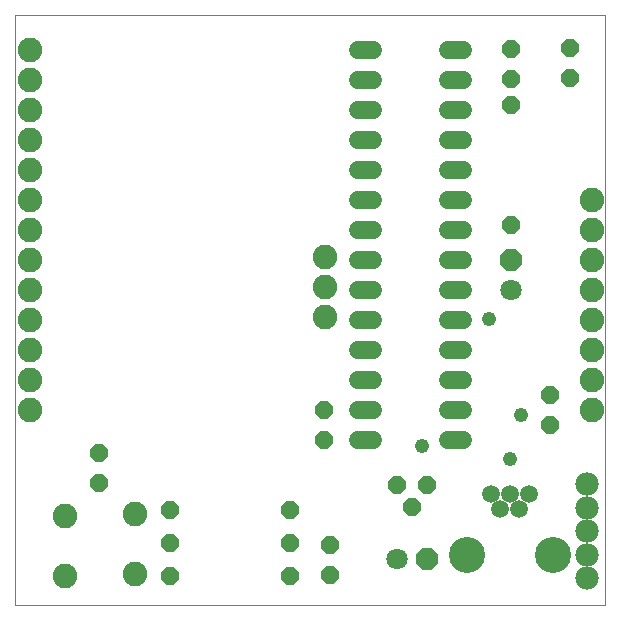
<source format=gbs>
G75*
%MOIN*%
%OFA0B0*%
%FSLAX25Y25*%
%IPPOS*%
%LPD*%
%AMOC8*
5,1,8,0,0,1.08239X$1,22.5*
%
%ADD10C,0.00000*%
%ADD11OC8,0.06000*%
%ADD12OC8,0.07100*%
%ADD13C,0.07100*%
%ADD14C,0.08200*%
%ADD15C,0.06000*%
%ADD16C,0.07800*%
%ADD17C,0.05950*%
%ADD18C,0.12020*%
%ADD19C,0.04762*%
D10*
X0011643Y0011643D02*
X0011643Y0208493D01*
X0208493Y0208493D01*
X0208493Y0011643D01*
X0011643Y0011643D01*
D11*
X0039831Y0052509D03*
X0039831Y0062509D03*
X0063493Y0043335D03*
X0063493Y0032312D03*
X0063493Y0021485D03*
X0103493Y0021485D03*
X0103493Y0032312D03*
X0103493Y0043335D03*
X0116721Y0031564D03*
X0116721Y0021564D03*
X0143887Y0044379D03*
X0148887Y0051879D03*
X0138887Y0051879D03*
X0114556Y0066839D03*
X0114556Y0076839D03*
X0177194Y0138493D03*
X0177194Y0178493D03*
X0176957Y0186918D03*
X0176957Y0196918D03*
X0196761Y0197351D03*
X0196761Y0187351D03*
X0189950Y0081761D03*
X0189950Y0071761D03*
D12*
X0149083Y0027076D03*
X0177194Y0126564D03*
D13*
X0177194Y0116564D03*
X0139083Y0027076D03*
D14*
X0204143Y0076643D03*
X0204143Y0086643D03*
X0204143Y0096643D03*
X0204143Y0106643D03*
X0204143Y0116643D03*
X0204143Y0126643D03*
X0204143Y0136643D03*
X0204143Y0146643D03*
X0114910Y0127627D03*
X0114910Y0117627D03*
X0114910Y0107627D03*
X0051643Y0041997D03*
X0051643Y0021997D03*
X0028257Y0021367D03*
X0028257Y0041367D03*
X0016643Y0076643D03*
X0016643Y0086643D03*
X0016643Y0096643D03*
X0016643Y0106643D03*
X0016643Y0116643D03*
X0016643Y0126643D03*
X0016643Y0136643D03*
X0016643Y0146643D03*
X0016564Y0156682D03*
X0016564Y0166682D03*
X0016564Y0176682D03*
X0016564Y0186682D03*
X0016564Y0196682D03*
D15*
X0125932Y0196721D02*
X0131132Y0196721D01*
X0131132Y0186721D02*
X0125932Y0186721D01*
X0125932Y0176721D02*
X0131132Y0176721D01*
X0131132Y0166721D02*
X0125932Y0166721D01*
X0125932Y0156721D02*
X0131132Y0156721D01*
X0131132Y0146721D02*
X0125932Y0146721D01*
X0125932Y0136721D02*
X0131132Y0136721D01*
X0131132Y0126721D02*
X0125932Y0126721D01*
X0125932Y0116721D02*
X0131132Y0116721D01*
X0131132Y0106721D02*
X0125932Y0106721D01*
X0125932Y0096721D02*
X0131132Y0096721D01*
X0131132Y0086721D02*
X0125932Y0086721D01*
X0125932Y0076721D02*
X0131132Y0076721D01*
X0131132Y0066721D02*
X0125932Y0066721D01*
X0155932Y0066721D02*
X0161132Y0066721D01*
X0161132Y0076721D02*
X0155932Y0076721D01*
X0155932Y0086721D02*
X0161132Y0086721D01*
X0161132Y0096721D02*
X0155932Y0096721D01*
X0155932Y0106721D02*
X0161132Y0106721D01*
X0161132Y0116721D02*
X0155932Y0116721D01*
X0155932Y0126721D02*
X0161132Y0126721D01*
X0161132Y0136721D02*
X0155932Y0136721D01*
X0155932Y0146721D02*
X0161132Y0146721D01*
X0161132Y0156721D02*
X0155932Y0156721D01*
X0155932Y0166721D02*
X0161132Y0166721D01*
X0161132Y0176721D02*
X0155932Y0176721D01*
X0155932Y0186721D02*
X0161132Y0186721D01*
X0161132Y0196721D02*
X0155932Y0196721D01*
D16*
X0202430Y0051957D03*
X0202430Y0044123D03*
X0202430Y0036288D03*
X0202430Y0028454D03*
X0202430Y0020619D03*
D17*
X0179792Y0043847D03*
X0176643Y0048572D03*
X0173493Y0043847D03*
X0170343Y0048572D03*
X0182942Y0048572D03*
D18*
X0191013Y0028493D03*
X0162272Y0028493D03*
D19*
X0176643Y0060363D03*
X0180442Y0075127D03*
X0169615Y0107115D03*
X0147469Y0064792D03*
M02*

</source>
